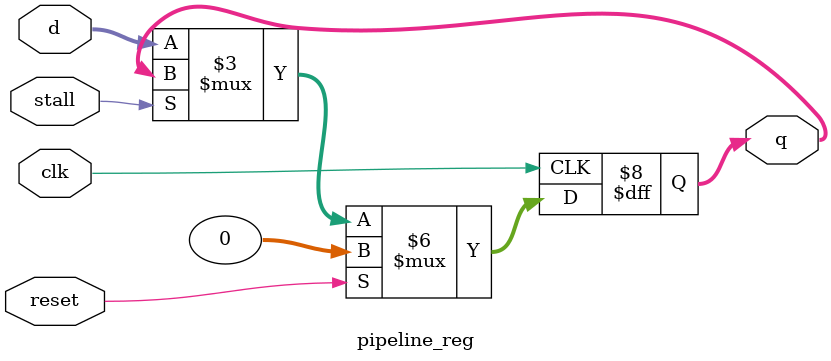
<source format=v>

module pipeline_reg #(parameter WIDTH = 32)
                    (input clk, reset, stall,
                     input [WIDTH-1:0] d,
                     output reg [WIDTH-1:0] q);

    always @(posedge clk) begin
        if (reset)
            q <= 0;
        else if (~stall)  // Only update when not stalled
            q <= d;
        // When stall=1, q retains its current value
    end

endmodule
</source>
